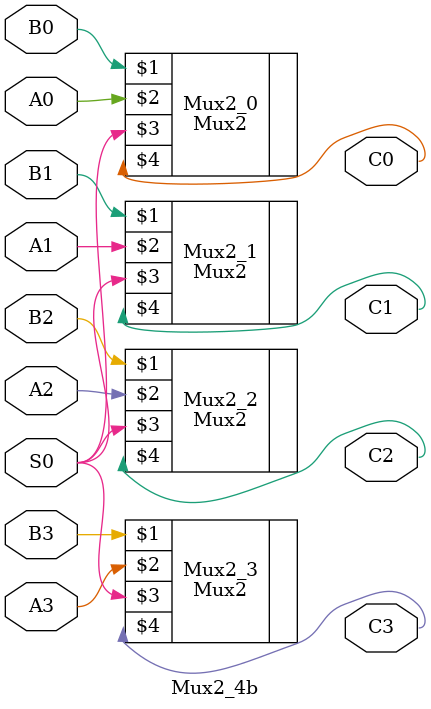
<source format=v>
`timescale 1ns / 1ns

module Mux2_4b(A3, A2, A1, A0,
                B3, B2, B1, B0,
                S0,
                C3, C2, C1, C0);

    input A3, A2, A1, A0;
    input B3, B2, B1, B0;
    input S0;
    output C3, C2, C1, C0;

    Mux2 Mux2_3 (B3, A3, S0, C3);
    Mux2 Mux2_2 (B2, A2, S0, C2);
    Mux2 Mux2_1 (B1, A1, S0, C1);
    Mux2 Mux2_0 (B0, A0, S0, C0);

endmodule
</source>
